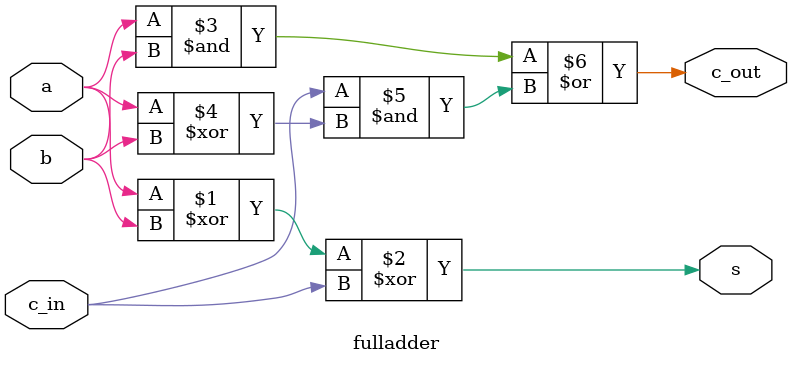
<source format=sv>
module fulladder(
  input logic a, b, c_in,
  output logic s, c_out
);

assign s = a ^ b ^ c_in;
assign c_out = (a & b) | (c_in & (a ^ b));

endmodule
</source>
